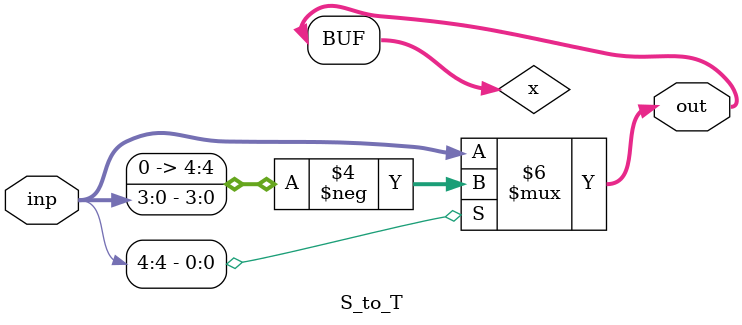
<source format=v>
/*-------------------------------------------------------------------------------
This module is a part of VNU which converts the input check-to-variable extrinsic messages
, which are represented in sign-magnitude format, to two's complement format to perform 
additions on them.
--------------------------------------------------------------------------------*/

module S_to_T #(
  parameter DATA_WIDTH = 5             
) 
  //port declarations
(
  //input port
  input wire  [DATA_WIDTH - 1 : 0] inp,
  
  //output port
  output wire [DATA_WIDTH - 1 : 0] out
);
  
  //register to store values assigned in the procedural block
  reg [DATA_WIDTH - 1 : 0] x;      

//procedural block  
always @* begin
  if (inp[DATA_WIDTH-1] == 1'b1)    //if number is negative:
    x = -inp[DATA_WIDTH-2:0];       //two's complement of all the bits except the sign bit
  else
    x = inp;                        //representation of a positive number is same in both formats
end

assign out = x;                     //outputs the value stored in register x 

endmodule

</source>
